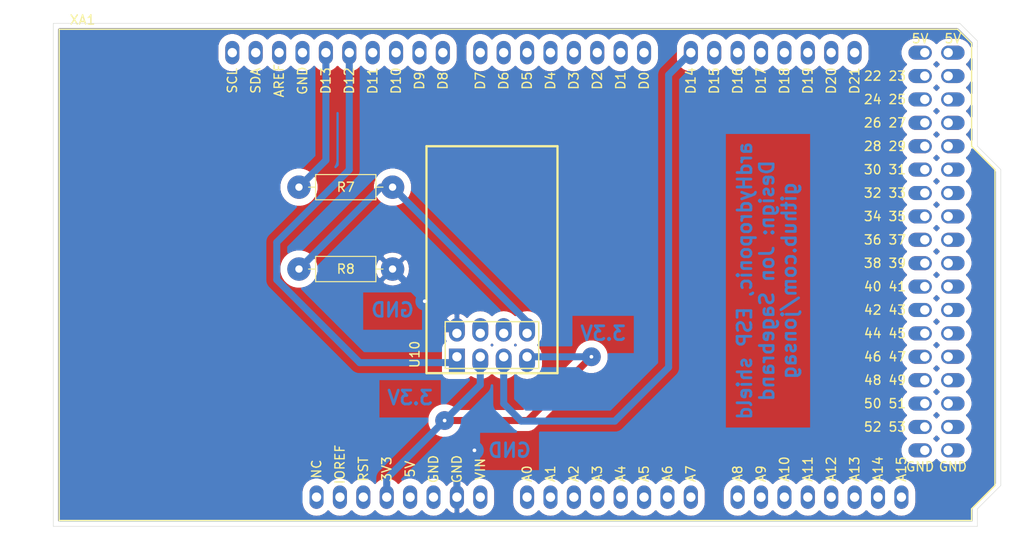
<source format=kicad_pcb>
(kicad_pcb (version 20171130) (host pcbnew 5.1.9-73d0e3b20d~88~ubuntu20.04.1)
  (layers (0 F.Cu signal) (31 B.Cu signal) (34 B.Paste user) (35 F.Paste user) (36 B.SilkS user) (37 F.SilkS user) (38 B.Mask user) (39 F.Mask user) (44 Edge.Cuts user))
  (net 0 "")
  (net 1 "Net-(XA1-Pad99)")
  (net 2 "Net-(XA1-Pad81)")
  (net 3 "Net-(XA1-Pad19)")
  (net 4 "Net-(XA1-Pad20)")
  (net 5 "Net-(XA1-Pad21)")
  (net 6 "Net-(XA1-Pad22)")
  (net 7 "Net-(XA1-Pad35)")
  (net 8 "Net-(XA1-Pad36)")
  (net 9 "Net-(XA1-Pad37)")
  (net 10 "Net-(XA1-Pad38)")
  (net 11 "Net-(XA1-Pad39)")
  (net 12 "Net-(XA1-Pad40)")
  (net 13 "Net-(XA1-Pad41)")
  (net 14 "Net-(XA1-Pad42)")
  (net 15 "Net-(XA1-Pad51)")
  (net 16 "Net-(XA1-Pad52)")
  (net 17 "Net-(XA1-Pad70)")
  (net 18 "Net-(XA1-Pad50)")
  (net 19 "Net-(XA1-Pad53)")
  (net 20 "Net-(XA1-Pad54)")
  (net 21 "Net-(XA1-Pad55)")
  (net 22 "Net-(XA1-Pad56)")
  (net 23 "Net-(XA1-Pad57)")
  (net 24 "Net-(XA1-Pad59)")
  (net 25 "Net-(XA1-Pad71)")
  (net 26 "Net-(XA1-Pad73)")
  (net 27 "Net-(XA1-Pad75)")
  (net 28 "Net-(XA1-Pad77)")
  (net 29 "Net-(XA1-Pad61)")
  (net 30 "Net-(XA1-Pad31)")
  (net 31 "Net-(XA1-Pad82)")
  (net 32 "Net-(XA1-Pad83)")
  (net 33 "Net-(XA1-Pad84)")
  (net 34 "Net-(XA1-Pad85)")
  (net 35 "Net-(XA1-Pad86)")
  (net 36 "Net-(XA1-Pad87)")
  (net 37 "Net-(XA1-Pad88)")
  (net 38 "Net-(XA1-Pad89)")
  (net 39 "Net-(XA1-Pad90)")
  (net 40 "Net-(XA1-Pad91)")
  (net 41 "Net-(XA1-Pad92)")
  (net 42 "Net-(XA1-Pad93)")
  (net 43 "Net-(XA1-Pad94)")
  (net 44 "Net-(XA1-Pad98)")
  (net 45 "Net-(XA1-PadSDA)")
  (net 46 "Net-(XA1-PadSCL)")
  (net 47 "Net-(XA1-Pad11)")
  (net 48 "Net-(XA1-Pad3)")
  (net 49 "Net-(XA1-Pad2)")
  (net 50 "Net-(XA1-Pad63)")
  (net 51 "Net-(XA1-Pad13)")
  (net 52 "Net-(XA1-Pad12)")
  (net 53 "Net-(XA1-Pad46)")
  (net 54 "Net-(XA1-Pad45)")
  (net 55 "Net-(XA1-PadIORF)")
  (net 56 "Net-(XA1-Pad30)")
  (net 57 "Net-(XA1-Pad32)")
  (net 58 "Net-(J1-Pad7)")
  (net 59 "Net-(J1-Pad5)")
  (net 60 GND)
  (net 61 +5V)
  (net 62 +6V)
  (net 63 "Net-(U2-Pad3)")
  (net 64 "Net-(U3-Pad3)")
  (net 65 button5)
  (net 66 button4)
  (net 67 button1)
  (net 68 button2)
  (net 69 button3)
  (net 70 stirrer)
  (net 71 nutrB)
  (net 72 nutrA)
  (net 73 pH+)
  (net 74 pH-)
  (net 75 "Net-(R1-Pad1)")
  (net 76 "Net-(XA1-Pad58)")
  (net 77 "Net-(XA1-Pad60)")
  (net 78 "Net-(XA1-Pad72)")
  (net 79 "Net-(XA1-Pad74)")
  (net 80 "Net-(XA1-Pad76)")
  (net 81 "Net-(XA1-Pad78)")
  (net 82 "Net-(R7-Pad2)")
  (net 83 softTx)
  (net 84 +3V3)
  (net 85 "Net-(U10-Pad6)")
  (net 86 espReset)
  (net 87 "Net-(U10-Pad4)")
  (net 88 softRx)
  (module My_Arduino:Arduino_Mega2560_Shield__no_ICSP_no_mount-holes_large (layer F.Cu) (at 100.33 124.46)
    (fp_text reference XA1 (at 2.54 -54.356) (layer F.SilkS))
    (fp_text value Arduino_Mega2560)
    (fp_text user NC (at 27.94 -5.588 90) (layer F.SilkS))
    (fp_text user GND (at 97.028 -5.842) (layer F.SilkS))
    (fp_text user GND (at 93.472 -5.842) (layer F.SilkS))
    (fp_text user "52 53" (at 89.662 -10.16) (layer F.SilkS))
    (fp_text user "50 51" (at 89.662 -12.7) (layer F.SilkS))
    (fp_text user "48 49" (at 89.662 -15.24) (layer F.SilkS))
    (fp_text user "46 47" (at 89.662 -17.78) (layer F.SilkS))
    (fp_text user "44 45" (at 89.662 -20.32) (layer F.SilkS))
    (fp_text user "42 43" (at 89.662 -22.86) (layer F.SilkS))
    (fp_text user "40 41" (at 89.662 -25.4) (layer F.SilkS))
    (fp_text user "38 39" (at 89.662 -27.94) (layer F.SilkS))
    (fp_text user "36 37" (at 89.662 -30.48) (layer F.SilkS))
    (fp_text user "34 35" (at 89.662 -33.02) (layer F.SilkS))
    (fp_text user "32 33" (at 89.662 -35.56) (layer F.SilkS))
    (fp_text user "30 31" (at 89.662 -38.1) (layer F.SilkS))
    (fp_text user "28 29" (at 89.662 -40.64) (layer F.SilkS))
    (fp_text user "26 27" (at 89.662 -43.18) (layer F.SilkS))
    (fp_text user "24 25" (at 89.662 -45.72) (layer F.SilkS))
    (fp_text user "22 23" (at 89.662 -48.26) (layer F.SilkS))
    (fp_text user 5V (at 97.028 -52.324) (layer F.SilkS))
    (fp_text user 5V (at 93.472 -52.324) (layer F.SilkS))
    (fp_text user IOREF (at 30.48 -6.096 90) (layer F.SilkS))
    (fp_text user A0 (at 50.8 -5.08 90) (layer F.SilkS))
    (fp_text user 3V3 (at 35.56 -5.588 90) (layer F.SilkS))
    (fp_text user GND (at 43.18 -5.588 90) (layer F.SilkS))
    (fp_text user GND (at 40.64 -5.588 90) (layer F.SilkS))
    (fp_text user VIN (at 45.72 -5.588 90) (layer F.SilkS))
    (fp_text user A1 (at 53.34 -5.08 90) (layer F.SilkS))
    (fp_text user 5V (at 38.1 -5.588 90) (layer F.SilkS))
    (fp_text user A7 (at 68.58 -5.08 90) (layer F.SilkS))
    (fp_text user A8 (at 73.66 -5.08 90) (layer F.SilkS))
    (fp_text user A9 (at 76.2 -5.08 90) (layer F.SilkS))
    (fp_text user RST (at 33.02 -5.588 90) (layer F.SilkS))
    (fp_text user A5 (at 63.5 -5.08 90) (layer F.SilkS))
    (fp_text user A4 (at 60.96 -5.08 90) (layer F.SilkS))
    (fp_text user A2 (at 55.88 -5.08 90) (layer F.SilkS))
    (fp_text user A11 (at 81.28 -5.588 90) (layer F.SilkS))
    (fp_text user A14 (at 88.9 -5.588 90) (layer F.SilkS))
    (fp_text user A15 (at 91.44 -5.588 90) (layer F.SilkS))
    (fp_text user A6 (at 66.04 -5.08 90) (layer F.SilkS))
    (fp_text user A12 (at 83.82 -5.588 90) (layer F.SilkS))
    (fp_text user A13 (at 86.36 -5.588 90) (layer F.SilkS))
    (fp_text user A3 (at 58.42 -5.08 90) (layer F.SilkS))
    (fp_text user A10 (at 78.74 -5.588 90) (layer F.SilkS))
    (fp_text user D21 (at 86.36 -47.752 90) (layer F.SilkS))
    (fp_text user D20 (at 83.82 -47.752 90) (layer F.SilkS))
    (fp_text user D19 (at 81.28 -47.752 90) (layer F.SilkS))
    (fp_text user D18 (at 78.74 -47.752 90) (layer F.SilkS))
    (fp_text user D17 (at 76.2 -47.752 90) (layer F.SilkS))
    (fp_text user D16 (at 73.66 -47.752 90) (layer F.SilkS))
    (fp_text user D15 (at 71.12 -47.752 90) (layer F.SilkS))
    (fp_text user D14 (at 68.58 -47.752 90) (layer F.SilkS))
    (fp_text user D0 (at 63.5 -47.752 90) (layer F.SilkS))
    (fp_text user D1 (at 60.96 -47.752 90) (layer F.SilkS))
    (fp_text user D2 (at 58.42 -47.752 90) (layer F.SilkS))
    (fp_text user D3 (at 55.88 -47.752 90) (layer F.SilkS))
    (fp_text user D4 (at 53.34 -47.752 90) (layer F.SilkS))
    (fp_text user D5 (at 50.8 -47.752 90) (layer F.SilkS))
    (fp_text user D6 (at 48.26 -47.752 90) (layer F.SilkS))
    (fp_text user D7 (at 45.72 -47.752 90) (layer F.SilkS))
    (fp_text user D8 (at 41.656 -47.752 90) (layer F.SilkS))
    (fp_text user D9 (at 39.116 -47.752 90) (layer F.SilkS))
    (fp_text user D10 (at 36.576 -47.752 90) (layer F.SilkS))
    (fp_text user D11 (at 34.036 -47.752 90) (layer F.SilkS))
    (fp_text user D12 (at 31.496 -47.752 90) (layer F.SilkS))
    (fp_text user D13 (at 28.956 -47.752 90) (layer F.SilkS))
    (fp_text user GND (at 26.416 -47.752 90) (layer F.SilkS))
    (fp_text user AREF (at 23.876 -47.752 90) (layer F.SilkS))
    (fp_text user SDA (at 21.336 -47.752 90) (layer F.SilkS))
    (fp_text user SCL (at 18.796 -47.752 90) (layer F.SilkS))
    (fp_line (start 0 -53.34) (end 0 0) (layer F.SilkS) (width 0.15))
    (fp_line (start 99.06 -40.64) (end 99.06 -51.816) (layer F.SilkS) (width 0.15))
    (fp_line (start 101.6 -38.1) (end 99.06 -40.64) (layer F.SilkS) (width 0.15))
    (fp_line (start 101.6 -3.81) (end 101.6 -38.1) (layer F.SilkS) (width 0.15))
    (fp_line (start 99.06 -1.27) (end 101.6 -3.81) (layer F.SilkS) (width 0.15))
    (fp_line (start 99.06 0) (end 99.06 -1.27) (layer F.SilkS) (width 0.15))
    (fp_line (start 97.536 -53.34) (end 99.06 -51.816) (layer F.SilkS) (width 0.15))
    (fp_line (start 0 0) (end 99.06 0) (layer F.SilkS) (width 0.15))
    (fp_line (start 0 -53.34) (end 97.536 -53.34) (layer F.SilkS) (width 0.15))
    (pad 99 thru_hole oval (at 96.52 -7.62) (size 2.54 1.524) (drill 1.016 (offset 0.508 0)) (layers *.Cu *.Mask) (net 1 "Net-(XA1-Pad99)"))
    (pad 81 thru_hole oval (at 93.98 -7.62) (size 2.54 1.524) (drill 1.016 (offset -0.508 0)) (layers *.Cu *.Mask) (net 2 "Net-(XA1-Pad81)"))
    (pad 19 thru_hole oval (at 96.52 -10.16) (size 2.54 1.524) (drill 1.016 (offset 0.508 0)) (layers *.Cu *.Mask) (net 3 "Net-(XA1-Pad19)"))
    (pad 20 thru_hole oval (at 93.98 -10.16) (size 2.54 1.524) (drill 1.016 (offset -0.508 0)) (layers *.Cu *.Mask) (net 4 "Net-(XA1-Pad20)"))
    (pad 21 thru_hole oval (at 96.52 -12.7) (size 2.54 1.524) (drill 1.016 (offset 0.508 0)) (layers *.Cu *.Mask) (net 5 "Net-(XA1-Pad21)"))
    (pad 22 thru_hole oval (at 93.98 -12.7) (size 2.54 1.524) (drill 1.016 (offset -0.508 0)) (layers *.Cu *.Mask) (net 6 "Net-(XA1-Pad22)"))
    (pad 35 thru_hole oval (at 96.52 -15.24) (size 2.54 1.524) (drill 1.016 (offset 0.508 0)) (layers *.Cu *.Mask) (net 7 "Net-(XA1-Pad35)"))
    (pad 36 thru_hole oval (at 93.98 -15.24) (size 2.54 1.524) (drill 1.016 (offset -0.508 0)) (layers *.Cu *.Mask) (net 8 "Net-(XA1-Pad36)"))
    (pad 37 thru_hole oval (at 96.52 -17.78) (size 2.54 1.524) (drill 1.016 (offset 0.508 0)) (layers *.Cu *.Mask) (net 9 "Net-(XA1-Pad37)"))
    (pad 38 thru_hole oval (at 93.98 -17.78) (size 2.54 1.524) (drill 1.016 (offset -0.508 0)) (layers *.Cu *.Mask) (net 10 "Net-(XA1-Pad38)"))
    (pad 39 thru_hole oval (at 96.52 -20.32) (size 2.54 1.524) (drill 1.016 (offset 0.508 0)) (layers *.Cu *.Mask) (net 11 "Net-(XA1-Pad39)"))
    (pad 40 thru_hole oval (at 93.98 -20.32) (size 2.54 1.524) (drill 1.016 (offset -0.508 0)) (layers *.Cu *.Mask) (net 12 "Net-(XA1-Pad40)"))
    (pad 41 thru_hole oval (at 96.52 -22.86) (size 2.54 1.524) (drill 1.016 (offset 0.508 0)) (layers *.Cu *.Mask) (net 13 "Net-(XA1-Pad41)"))
    (pad 42 thru_hole oval (at 93.98 -22.86) (size 2.54 1.524) (drill 1.016 (offset -0.508 0)) (layers *.Cu *.Mask) (net 14 "Net-(XA1-Pad42)"))
    (pad 51 thru_hole oval (at 96.52 -25.4) (size 2.54 1.524) (drill 1.016 (offset 0.508 0)) (layers *.Cu *.Mask) (net 15 "Net-(XA1-Pad51)"))
    (pad 52 thru_hole oval (at 93.98 -25.4) (size 2.54 1.524) (drill 1.016 (offset -0.508 0)) (layers *.Cu *.Mask) (net 16 "Net-(XA1-Pad52)"))
    (pad 70 thru_hole oval (at 96.52 -27.94) (size 2.54 1.524) (drill 1.016 (offset 0.508 0)) (layers *.Cu *.Mask) (net 17 "Net-(XA1-Pad70)"))
    (pad 50 thru_hole oval (at 93.98 -27.94) (size 2.54 1.524) (drill 1.016 (offset -0.508 0)) (layers *.Cu *.Mask) (net 18 "Net-(XA1-Pad50)"))
    (pad 53 thru_hole oval (at 96.52 -30.48) (size 2.54 1.524) (drill 1.016 (offset 0.508 0)) (layers *.Cu *.Mask) (net 19 "Net-(XA1-Pad53)"))
    (pad 54 thru_hole oval (at 93.98 -30.48) (size 2.54 1.524) (drill 1.016 (offset -0.508 0)) (layers *.Cu *.Mask) (net 20 "Net-(XA1-Pad54)"))
    (pad 55 thru_hole oval (at 96.52 -33.02) (size 2.54 1.524) (drill 1.016 (offset 0.508 0)) (layers *.Cu *.Mask) (net 21 "Net-(XA1-Pad55)"))
    (pad 56 thru_hole oval (at 93.98 -33.02) (size 2.54 1.524) (drill 1.016 (offset -0.508 0)) (layers *.Cu *.Mask) (net 22 "Net-(XA1-Pad56)"))
    (pad 57 thru_hole oval (at 96.52 -35.56) (size 2.54 1.524) (drill 1.016 (offset 0.508 0)) (layers *.Cu *.Mask) (net 23 "Net-(XA1-Pad57)"))
    (pad 58 thru_hole oval (at 93.98 -35.56) (size 2.54 1.524) (drill 1.016 (offset -0.508 0)) (layers *.Cu *.Mask) (net 76 "Net-(XA1-Pad58)"))
    (pad 59 thru_hole oval (at 96.52 -38.1) (size 2.54 1.524) (drill 1.016 (offset 0.508 0)) (layers *.Cu *.Mask) (net 24 "Net-(XA1-Pad59)"))
    (pad 60 thru_hole oval (at 93.98 -38.1) (size 2.54 1.524) (drill 1.016 (offset -0.508 0)) (layers *.Cu *.Mask) (net 77 "Net-(XA1-Pad60)"))
    (pad 71 thru_hole oval (at 96.52 -40.64) (size 2.54 1.524) (drill 1.016 (offset 0.508 0)) (layers *.Cu *.Mask) (net 25 "Net-(XA1-Pad71)"))
    (pad 72 thru_hole oval (at 93.98 -40.64) (size 2.54 1.524) (drill 1.016 (offset -0.508 0)) (layers *.Cu *.Mask) (net 78 "Net-(XA1-Pad72)"))
    (pad 73 thru_hole oval (at 96.52 -43.18) (size 2.54 1.524) (drill 1.016 (offset 0.508 0)) (layers *.Cu *.Mask) (net 26 "Net-(XA1-Pad73)"))
    (pad 74 thru_hole oval (at 93.98 -43.18) (size 2.54 1.524) (drill 1.016 (offset -0.508 0)) (layers *.Cu *.Mask) (net 79 "Net-(XA1-Pad74)"))
    (pad 75 thru_hole oval (at 96.52 -45.72) (size 2.54 1.524) (drill 1.016 (offset 0.508 0)) (layers *.Cu *.Mask) (net 27 "Net-(XA1-Pad75)"))
    (pad 76 thru_hole oval (at 93.98 -45.72) (size 2.54 1.524) (drill 1.016 (offset -0.508 0)) (layers *.Cu *.Mask) (net 80 "Net-(XA1-Pad76)"))
    (pad 77 thru_hole oval (at 96.52 -48.26) (size 2.54 1.524) (drill 1.016 (offset 0.508 0)) (layers *.Cu *.Mask) (net 28 "Net-(XA1-Pad77)"))
    (pad 78 thru_hole oval (at 93.98 -48.26) (size 2.54 1.524) (drill 1.016 (offset -0.508 0)) (layers *.Cu *.Mask) (net 81 "Net-(XA1-Pad78)"))
    (pad 61 thru_hole oval (at 96.52 -50.8) (size 2.54 1.524) (drill 1.016 (offset 0.508 0)) (layers *.Cu *.Mask) (net 29 "Net-(XA1-Pad61)"))
    (pad 31 thru_hole oval (at 93.98 -50.8) (size 2.54 1.524) (drill 1.016 (offset -0.508 0)) (layers *.Cu *.Mask) (net 30 "Net-(XA1-Pad31)"))
    (pad 82 thru_hole oval (at 91.44 -2.54) (size 1.524 2.54) (drill 1.016) (layers *.Cu *.Mask) (net 31 "Net-(XA1-Pad82)"))
    (pad 83 thru_hole oval (at 88.9 -2.54) (size 1.524 2.54) (drill 1.016) (layers *.Cu *.Mask) (net 32 "Net-(XA1-Pad83)"))
    (pad 84 thru_hole oval (at 86.36 -2.54) (size 1.524 2.54) (drill 1.016) (layers *.Cu *.Mask) (net 33 "Net-(XA1-Pad84)"))
    (pad 85 thru_hole oval (at 83.82 -2.54) (size 1.524 2.54) (drill 1.016) (layers *.Cu *.Mask) (net 34 "Net-(XA1-Pad85)"))
    (pad 86 thru_hole oval (at 81.28 -2.54) (size 1.524 2.54) (drill 1.016) (layers *.Cu *.Mask) (net 35 "Net-(XA1-Pad86)"))
    (pad 87 thru_hole oval (at 78.74 -2.54) (size 1.524 2.54) (drill 1.016) (layers *.Cu *.Mask) (net 36 "Net-(XA1-Pad87)"))
    (pad 88 thru_hole oval (at 76.2 -2.54) (size 1.524 2.54) (drill 1.016) (layers *.Cu *.Mask) (net 37 "Net-(XA1-Pad88)"))
    (pad 89 thru_hole oval (at 73.66 -2.54) (size 1.524 2.54) (drill 1.016) (layers *.Cu *.Mask) (net 38 "Net-(XA1-Pad89)"))
    (pad 90 thru_hole oval (at 68.58 -2.54) (size 1.524 2.54) (drill 1.016) (layers *.Cu *.Mask) (net 39 "Net-(XA1-Pad90)"))
    (pad 91 thru_hole oval (at 66.04 -2.54) (size 1.524 2.54) (drill 1.016) (layers *.Cu *.Mask) (net 40 "Net-(XA1-Pad91)"))
    (pad 92 thru_hole oval (at 63.5 -2.54) (size 1.524 2.54) (drill 1.016) (layers *.Cu *.Mask) (net 41 "Net-(XA1-Pad92)"))
    (pad 93 thru_hole oval (at 60.96 -2.54) (size 1.524 2.54) (drill 1.016) (layers *.Cu *.Mask) (net 42 "Net-(XA1-Pad93)"))
    (pad 94 thru_hole oval (at 58.42 -2.54) (size 1.524 2.54) (drill 1.016) (layers *.Cu *.Mask) (net 43 "Net-(XA1-Pad94)"))
    (pad 95 thru_hole oval (at 55.88 -2.54) (size 1.524 2.54) (drill 1.016) (layers *.Cu *.Mask) (net 75 "Net-(R1-Pad1)"))
    (pad 96 thru_hole oval (at 53.34 -2.54) (size 1.524 2.54) (drill 1.016) (layers *.Cu *.Mask) (net 64 "Net-(U3-Pad3)"))
    (pad NC thru_hole oval (at 27.94 -2.54) (size 1.524 2.54) (drill 1.016) (layers *.Cu *.Mask))
    (pad 24 thru_hole oval (at 34.036 -50.8) (size 1.524 2.54) (drill 1.016) (layers *.Cu *.Mask) (net 65 button5))
    (pad 25 thru_hole oval (at 31.496 -50.8) (size 1.524 2.54) (drill 1.016) (layers *.Cu *.Mask) (net 88 softRx))
    (pad 26 thru_hole oval (at 28.956 -50.8) (size 1.524 2.54) (drill 1.016) (layers *.Cu *.Mask) (net 83 softTx))
    (pad 98 thru_hole oval (at 23.876 -50.8) (size 1.524 2.54) (drill 1.016) (layers *.Cu *.Mask) (net 44 "Net-(XA1-Pad98)"))
    (pad SDA thru_hole oval (at 21.336 -50.8) (size 1.524 2.54) (drill 1.016) (layers *.Cu *.Mask) (net 45 "Net-(XA1-PadSDA)"))
    (pad SCL thru_hole oval (at 18.796 -50.8) (size 1.524 2.54) (drill 1.016) (layers *.Cu *.Mask) (net 46 "Net-(XA1-PadSCL)"))
    (pad 23 thru_hole oval (at 36.576 -50.8) (size 1.524 2.54) (drill 1.016) (layers *.Cu *.Mask) (net 66 button4))
    (pad 18 thru_hole oval (at 39.116 -50.8) (size 1.524 2.54) (drill 1.016) (layers *.Cu *.Mask) (net 69 button3))
    (pad 17 thru_hole oval (at 41.656 -50.8) (size 1.524 2.54) (drill 1.016) (layers *.Cu *.Mask) (net 68 button2))
    (pad 11 thru_hole oval (at 26.416 -50.8) (size 1.524 2.54) (drill 1.016) (layers *.Cu *.Mask) (net 47 "Net-(XA1-Pad11)"))
    (pad 16 thru_hole oval (at 45.72 -50.8) (size 1.524 2.54) (drill 1.016) (layers *.Cu *.Mask) (net 67 button1))
    (pad 15 thru_hole oval (at 48.26 -50.8) (size 1.524 2.54) (drill 1.016) (layers *.Cu *.Mask) (net 70 stirrer))
    (pad 5 thru_hole oval (at 50.8 -50.8) (size 1.524 2.54) (drill 1.016) (layers *.Cu *.Mask) (net 71 nutrB))
    (pad 1 thru_hole oval (at 53.34 -50.8) (size 1.524 2.54) (drill 1.016) (layers *.Cu *.Mask) (net 72 nutrA))
    (pad 7 thru_hole oval (at 55.88 -50.8) (size 1.524 2.54) (drill 1.016) (layers *.Cu *.Mask) (net 74 pH-))
    (pad 6 thru_hole oval (at 58.42 -50.8) (size 1.524 2.54) (drill 1.016) (layers *.Cu *.Mask) (net 73 pH+))
    (pad 3 thru_hole oval (at 60.96 -50.8) (size 1.524 2.54) (drill 1.016) (layers *.Cu *.Mask) (net 48 "Net-(XA1-Pad3)"))
    (pad 2 thru_hole oval (at 63.5 -50.8) (size 1.524 2.54) (drill 1.016) (layers *.Cu *.Mask) (net 49 "Net-(XA1-Pad2)"))
    (pad 64 thru_hole oval (at 68.58 -50.8) (size 1.524 2.54) (drill 1.016) (layers *.Cu *.Mask) (net 86 espReset))
    (pad 63 thru_hole oval (at 71.12 -50.8) (size 1.524 2.54) (drill 1.016) (layers *.Cu *.Mask) (net 50 "Net-(XA1-Pad63)"))
    (pad 13 thru_hole oval (at 73.66 -50.8) (size 1.524 2.54) (drill 1.016) (layers *.Cu *.Mask) (net 51 "Net-(XA1-Pad13)"))
    (pad 12 thru_hole oval (at 76.2 -50.8) (size 1.524 2.54) (drill 1.016) (layers *.Cu *.Mask) (net 52 "Net-(XA1-Pad12)"))
    (pad 46 thru_hole oval (at 78.74 -50.8) (size 1.524 2.54) (drill 1.016) (layers *.Cu *.Mask) (net 53 "Net-(XA1-Pad46)"))
    (pad 45 thru_hole oval (at 81.28 -50.8) (size 1.524 2.54) (drill 1.016) (layers *.Cu *.Mask) (net 54 "Net-(XA1-Pad45)"))
    (pad 44 thru_hole oval (at 83.82 -50.8) (size 1.524 2.54) (drill 1.016) (layers *.Cu *.Mask) (net 59 "Net-(J1-Pad5)"))
    (pad 43 thru_hole oval (at 86.36 -50.8) (size 1.524 2.54) (drill 1.016) (layers *.Cu *.Mask) (net 58 "Net-(J1-Pad7)"))
    (pad IORF thru_hole oval (at 30.48 -2.54) (size 1.524 2.54) (drill 1.016) (layers *.Cu *.Mask) (net 55 "Net-(XA1-PadIORF)"))
    (pad 30 thru_hole oval (at 33.02 -2.54) (size 1.524 2.54) (drill 1.016) (layers *.Cu *.Mask) (net 56 "Net-(XA1-Pad30)"))
    (pad 3V3 thru_hole oval (at 35.56 -2.54) (size 1.524 2.54) (drill 1.016) (layers *.Cu *.Mask) (net 84 +3V3))
    (pad 10 thru_hole oval (at 38.1 -2.54) (size 1.524 2.54) (drill 1.016) (layers *.Cu *.Mask) (net 61 +5V))
    (pad 32 thru_hole oval (at 40.64 -2.54) (size 1.524 2.54) (drill 1.016) (layers *.Cu *.Mask) (net 57 "Net-(XA1-Pad32)"))
    (pad 62 thru_hole oval (at 43.18 -2.54) (size 1.524 2.54) (drill 1.016) (layers *.Cu *.Mask) (net 60 GND))
    (pad 100 thru_hole oval (at 45.72 -2.54) (size 1.524 2.54) (drill 1.016) (layers *.Cu *.Mask) (net 62 +6V))
    (pad 97 thru_hole oval (at 50.8 -2.54) (size 1.524 2.54) (drill 1.016) (layers *.Cu *.Mask) (net 63 "Net-(U2-Pad3)"))
  )
  (module My_Arduino:ESP-01_large (layer F.Cu) (at 143.51 106.68 90)
    (fp_text reference U10 (at 0.254 -4.572 90) (layer F.SilkS))
    (fp_text value ESP-01)
    (fp_line (start -1.778 -3.302) (end 22.86 -3.302) (layer F.SilkS) (width 0.254))
    (fp_line (start 22.86 -3.302) (end 22.86 10.922) (layer F.SilkS) (width 0.254))
    (fp_line (start 22.86 10.922) (end -1.778 10.922) (layer F.SilkS) (width 0.254))
    (fp_line (start -1.778 10.922) (end -1.778 -3.302) (layer F.SilkS) (width 0.254))
    (fp_line (start 1.27 -1.27) (end -1.27 -1.27) (layer F.SilkS) (width 0.1524))
    (fp_line (start -1.27 -1.27) (end -1.27 1.27) (layer F.SilkS) (width 0.1524))
    (fp_line (start -1.27 1.27) (end -1.27 8.89) (layer F.SilkS) (width 0.1524))
    (fp_line (start -1.27 8.89) (end 3.81 8.89) (layer F.SilkS) (width 0.1524))
    (fp_line (start 3.81 8.89) (end 3.81 -1.27) (layer F.SilkS) (width 0.1524))
    (fp_line (start 3.81 -1.27) (end 1.27 -1.27) (layer F.SilkS) (width 0.1524))
    (pad 8 thru_hole oval (at 2.54 7.62 90) (size 2.54 1.7272) (drill 1.016 (offset 0.381 0)) (layers *.Cu *.Mask) (net 82 "Net-(R7-Pad2)"))
    (pad 7 thru_hole oval (at 0 7.62 90) (size 2.54 1.7272) (drill 1.016 (offset -0.381 0)) (layers *.Cu *.Mask) (net 84 +3V3))
    (pad 6 thru_hole oval (at 2.54 5.08 90) (size 2.54 1.7272) (drill 1.016 (offset 0.381 0)) (layers *.Cu *.Mask) (net 85 "Net-(U10-Pad6)"))
    (pad 5 thru_hole oval (at 0 5.08 90) (size 2.54 1.7272) (drill 1.016 (offset -0.381 0)) (layers *.Cu *.Mask) (net 86 espReset))
    (pad 4 thru_hole oval (at 2.54 2.54 90) (size 2.54 1.7272) (drill 1.016 (offset 0.381 0)) (layers *.Cu *.Mask) (net 87 "Net-(U10-Pad4)"))
    (pad 3 thru_hole oval (at 0 2.54 90) (size 2.54 1.7272) (drill 1.016 (offset -0.381 0)) (layers *.Cu *.Mask) (net 84 +3V3))
    (pad 2 thru_hole oval (at 2.54 0 90) (size 2.54 1.7272) (drill 1.016 (offset 0.381 0)) (layers *.Cu *.Mask) (net 60 GND))
    (pad 1 thru_hole rect (at 0 0 90) (size 2.54 1.7272) (drill 1.016 (offset -0.381 0)) (layers *.Cu *.Mask) (net 88 softRx))
  )
  (module My_Misc:R_Axial_DIN0207_L6.3mm_D2.5mm_P10.16mm_Horizontal_larger_pads (layer F.Cu) (at 126.365 97.155)
    (fp_text reference R8 (at 5.08 0) (layer F.SilkS))
    (fp_text value 2.2k hide)
    (fp_line (start 9.12 0) (end 8.35 0) (layer F.SilkS) (width 0.12))
    (fp_line (start 1.04 0) (end 1.81 0) (layer F.SilkS) (width 0.12))
    (fp_line (start 8.35 -1.37) (end 1.81 -1.37) (layer F.SilkS) (width 0.12))
    (fp_line (start 8.35 1.37) (end 8.35 -1.37) (layer F.SilkS) (width 0.12))
    (fp_line (start 1.81 1.37) (end 8.35 1.37) (layer F.SilkS) (width 0.12))
    (fp_line (start 1.81 -1.37) (end 1.81 1.37) (layer F.SilkS) (width 0.12))
    (pad 2 thru_hole circle (at 10.16 0) (size 2.54 2.54) (drill 0.8) (layers *.Cu *.Mask) (net 60 GND))
    (pad 1 thru_hole circle (at 0 0) (size 2.54 2.54) (drill 0.8) (layers *.Cu *.Mask) (net 82 "Net-(R7-Pad2)"))
  )
  (module My_Misc:R_Axial_DIN0207_L6.3mm_D2.5mm_P10.16mm_Horizontal_larger_pads (layer F.Cu) (at 126.365 88.265)
    (fp_text reference R7 (at 5.08 0) (layer F.SilkS))
    (fp_text value 1k hide)
    (fp_line (start 1.81 -1.37) (end 1.81 1.37) (layer F.SilkS) (width 0.12))
    (fp_line (start 1.81 1.37) (end 8.35 1.37) (layer F.SilkS) (width 0.12))
    (fp_line (start 8.35 1.37) (end 8.35 -1.37) (layer F.SilkS) (width 0.12))
    (fp_line (start 8.35 -1.37) (end 1.81 -1.37) (layer F.SilkS) (width 0.12))
    (fp_line (start 1.04 0) (end 1.81 0) (layer F.SilkS) (width 0.12))
    (fp_line (start 9.12 0) (end 8.35 0) (layer F.SilkS) (width 0.12))
    (pad 1 thru_hole circle (at 0 0) (size 2.54 2.54) (drill 0.8) (layers *.Cu *.Mask) (net 83 softTx))
    (pad 2 thru_hole circle (at 10.16 0) (size 2.54 2.54) (drill 0.8) (layers *.Cu *.Mask) (net 82 "Net-(R7-Pad2)"))
  )
  (gr_text "ardHydroponic, ESP shield\nDesign: Jon Sagebrand\ngithub.com/jonsag" (at 177.165 98.425 90) (layer B.Cu) (effects (font (size 1.5 1.5) (thickness 0.3)) (justify mirror)))
  (gr_text GND (at 136.525 101.6) (layer B.Cu) (effects (font (size 1.5 1.5) (thickness 0.3)) (justify mirror)))
  (gr_text GND (at 149.225 116.84) (layer B.Cu) (effects (font (size 1.5 1.5) (thickness 0.3)) (justify mirror)))
  (gr_text "3.3V\n" (at 138.43 111.125) (layer B.Cu) (effects (font (size 1.5 1.5) (thickness 0.3)) (justify mirror)))
  (gr_text "3.3V\n" (at 159.385 104.14) (layer B.Cu) (effects (font (size 1.5 1.5) (thickness 0.3)) (justify mirror)))
  (gr_line (start 99.695 70.485) (end 99.695 125.095) (layer Edge.Cuts) (width 0.05))
  (gr_line (start 198.12 70.485) (end 99.695 70.485) (layer Edge.Cuts) (width 0.05))
  (gr_line (start 200.025 72.39) (end 198.12 70.485) (layer Edge.Cuts) (width 0.05))
  (gr_line (start 200.025 73.025) (end 200.025 72.39) (layer Edge.Cuts) (width 0.05))
  (gr_line (start 200.025 83.82) (end 200.025 73.025) (layer Edge.Cuts) (width 0.05))
  (gr_line (start 202.565 86.36) (end 200.025 83.82) (layer Edge.Cuts) (width 0.05))
  (gr_line (start 202.565 120.65) (end 202.565 86.36) (layer Edge.Cuts) (width 0.05))
  (gr_line (start 200.025 123.19) (end 202.565 120.65) (layer Edge.Cuts) (width 0.05))
  (gr_line (start 200.025 125.095) (end 200.025 123.19) (layer Edge.Cuts) (width 0.05))
  (gr_line (start 99.695 125.095) (end 200.025 125.095) (layer Edge.Cuts) (width 0.05))
  (segment (start 143.51 104.14) (end 140.0175 100.6475) (width 0.762) (layer B.Cu) (net 60))
  (segment (start 140.0175 100.6475) (end 136.525 97.155) (width 0.762) (layer B.Cu) (net 60))
  (via (at 140.0175 100.6475) (size 2.032) (drill 0.4) (layers F.Cu B.Cu) (net 60))
  (segment (start 143.51 121.92) (end 143.51 118.745) (width 0.762) (layer B.Cu) (net 60))
  (segment (start 143.51 118.745) (end 145.415 116.84) (width 0.762) (layer B.Cu) (net 60))
  (segment (start 145.415 116.84) (end 145.415 116.84) (width 0.762) (layer B.Cu) (net 60))
  (via (at 145.415 116.84) (size 2.032) (drill 0.4) (layers F.Cu B.Cu) (net 60))
  (segment (start 140.0175 114.637822) (end 140.0175 100.6475) (width 0.762) (layer F.Cu) (net 60))
  (segment (start 142.219678 116.84) (end 140.0175 114.637822) (width 0.762) (layer F.Cu) (net 60))
  (segment (start 145.415 116.84) (end 142.219678 116.84) (width 0.762) (layer F.Cu) (net 60))
  (segment (start 126.365 97.155) (end 135.255 88.265) (width 0.762) (layer B.Cu) (net 82))
  (segment (start 135.255 88.265) (end 136.525 88.265) (width 0.762) (layer B.Cu) (net 82))
  (segment (start 136.525 88.265) (end 151.13 102.87) (width 0.762) (layer B.Cu) (net 82))
  (segment (start 151.13 102.87) (end 151.13 103.505) (width 0.762) (layer B.Cu) (net 82))
  (segment (start 129.286 73.66) (end 129.286 85.344) (width 0.762) (layer B.Cu) (net 83))
  (segment (start 129.286 85.344) (end 126.365 88.265) (width 0.762) (layer B.Cu) (net 83))
  (segment (start 135.89 119.888) (end 142.1765 113.6015) (width 0.762) (layer B.Cu) (net 84))
  (segment (start 135.89 121.92) (end 135.89 119.888) (width 0.762) (layer B.Cu) (net 84))
  (segment (start 146.05 109.728) (end 146.05 107.315) (width 0.762) (layer B.Cu) (net 84))
  (segment (start 151.13 106.68) (end 158.115 106.68) (width 0.762) (layer B.Cu) (net 84))
  (segment (start 158.115 106.68) (end 158.115 106.68) (width 0.762) (layer B.Cu) (net 84))
  (via (at 158.115 106.68) (size 2.032) (drill 0.4) (layers F.Cu B.Cu) (net 84))
  (segment (start 142.1765 113.6015) (end 146.05 109.728) (width 0.762) (layer B.Cu) (net 84))
  (via (at 142.1765 113.6015) (size 2.032) (drill 0.4) (layers F.Cu B.Cu) (net 84))
  (segment (start 151.1935 113.6015) (end 158.115 106.68) (width 0.762) (layer F.Cu) (net 84))
  (segment (start 142.1765 113.6015) (end 151.1935 113.6015) (width 0.762) (layer F.Cu) (net 84))
  (segment (start 166.49699 76.07301) (end 166.49699 107.82301) (width 0.762) (layer B.Cu) (net 86))
  (segment (start 168.91 73.66) (end 166.49699 76.07301) (width 0.762) (layer B.Cu) (net 86))
  (segment (start 166.49699 107.82301) (end 160.655 113.665) (width 0.762) (layer B.Cu) (net 86))
  (segment (start 160.655 113.665) (end 150.495 113.665) (width 0.762) (layer B.Cu) (net 86))
  (segment (start 150.495 113.665) (end 148.59 111.76) (width 0.762) (layer B.Cu) (net 86))
  (segment (start 148.59 111.76) (end 148.59 107.315) (width 0.762) (layer B.Cu) (net 86))
  (segment (start 123.951999 98.313241) (end 132.953758 107.315) (width 0.762) (layer B.Cu) (net 88))
  (segment (start 123.951999 94.249243) (end 123.951999 98.313241) (width 0.762) (layer B.Cu) (net 88))
  (segment (start 131.826 86.375242) (end 123.951999 94.249243) (width 0.762) (layer B.Cu) (net 88))
  (segment (start 131.826 73.66) (end 131.826 86.375242) (width 0.762) (layer B.Cu) (net 88))
  (segment (start 132.953758 107.315) (end 143.51 107.315) (width 0.762) (layer B.Cu) (net 88))
  (zone (net 60) (net_name GND) (layer B.Cu) (connect_pads (clearance 0.508)) (min_thickness 0.254) (fill yes (arc_segments 32) (thermal_gap 0.508) (thermal_bridge_width 0.508))
    (polygon (pts (xy 203.2 125.73) (xy 99.06 125.73) (xy 99.06 69.85) (xy 203.2 69.85)))
  )
  (zone (net 0) (net_name "") (layer B.Cu) (connect_pads (clearance 0.508)) (min_thickness 0.254) (fill yes (arc_segments 32) (thermal_gap 0.508) (thermal_bridge_width 0.508))
    (polygon (pts (xy 203.835 126.365) (xy 98.425 126.365) (xy 98.425 69.215) (xy 203.835 69.215)))
  )
  (zone (net 60) (net_name GND) (layer F.Cu) (connect_pads (clearance 0.508)) (min_thickness 0.254) (fill yes (arc_segments 32) (thermal_gap 0.508) (thermal_bridge_width 0.508))
    (polygon (pts (xy 204.47 127) (xy 97.79 127) (xy 97.79 68.58) (xy 204.47 68.58)))
  )
  (zone (net 0) (net_name "") (layer F.Cu) (connect_pads (clearance 0.508)) (min_thickness 0.254) (fill yes (arc_segments 32) (thermal_gap 0.508) (thermal_bridge_width 0.508))
    (polygon (pts (xy 205.105 127.635) (xy 97.155 127.635) (xy 97.155 67.945) (xy 205.105 67.945)))
  )
)
</source>
